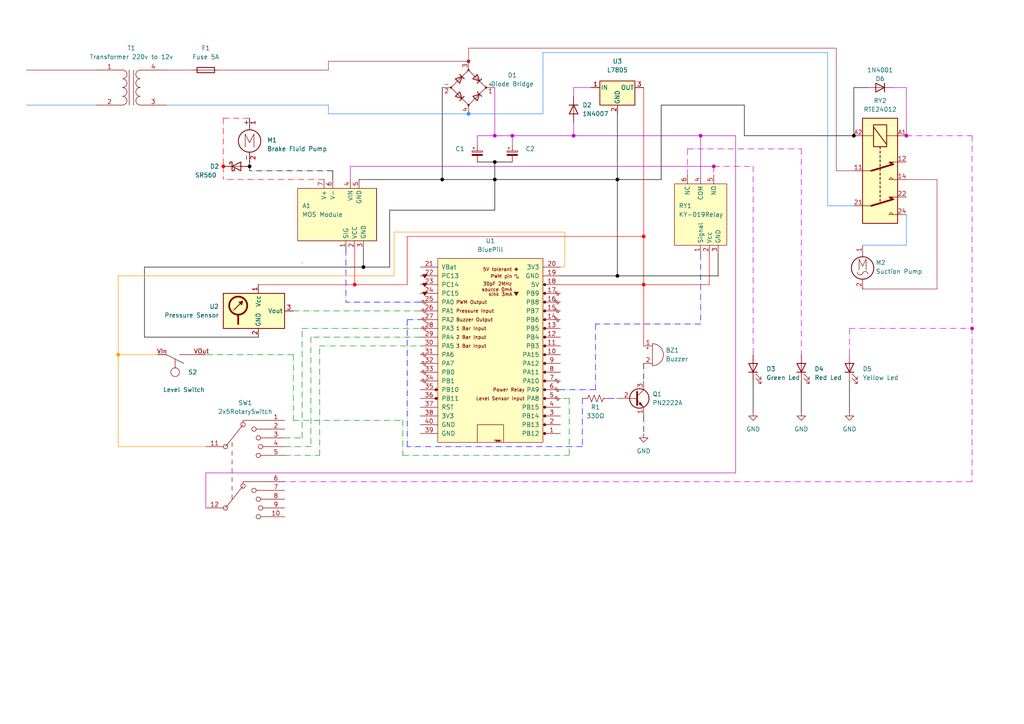
<source format=kicad_sch>
(kicad_sch (version 20211123) (generator eeschema)
  (paper "A4")
  (lib_symbols
    (symbol "2x5RotarySwitch:2x5RotarySwitch"
      (property "Reference" "SW" (at 0 20.32 0))
      (property "Value" "2x5RotarySwitch" (at 0 17.78 0))
      (symbol "2x5RotarySwitch_0_0"
        (circle (center -8.255 -11.43) (radius 0.635))
        (circle (center -8.255 6.35) (radius 0.635))
        (circle (center -3.175 -5.08) (radius 0.635))
        (circle (center -3.175 12.7) (radius 0.635))
        (circle (center 0 -6.35) (radius 0.635))
        (polyline (pts (xy -8.255 -11.43) (xy -3.175 -5.08)))
        (polyline (pts (xy -8.255 6.35) (xy -3.175 12.7)))
        (polyline (pts (xy -6.35 -8.89) (xy -6.35 -7.62)))
        (polyline (pts (xy -6.35 -6.35) (xy -6.35 -5.08)))
        (polyline (pts (xy -6.35 -3.81) (xy -6.35 -2.54)))
        (polyline (pts (xy -6.35 -1.27) (xy -6.35 0)))
        (polyline (pts (xy -6.35 1.27) (xy -6.35 2.54)))
        (polyline (pts (xy -6.35 3.81) (xy -6.35 5.08)))
        (polyline (pts (xy -6.35 6.35) (xy -6.35 7.62)))
        (polyline (pts (xy 0.635 -6.35) (xy 3.81 -6.35)))
        (polyline (pts (xy 0.635 11.43) (xy 3.81 11.43)))
        (polyline (pts (xy 1.905 -13.97) (xy 3.81 -13.97)))
        (polyline (pts (xy 1.905 -8.89) (xy 3.81 -8.89)))
        (polyline (pts (xy 1.905 3.81) (xy 3.81 3.81)))
        (polyline (pts (xy 1.905 8.89) (xy 3.81 8.89)))
        (polyline (pts (xy 2.54 -11.43) (xy 3.81 -11.43)))
        (polyline (pts (xy 2.54 6.35) (xy 3.81 6.35)))
        (polyline (pts (xy -3.175 -4.445) (xy -3.175 -3.81) (xy 3.81 -3.81)))
        (polyline (pts (xy -3.175 13.335) (xy -3.175 13.97) (xy 3.81 13.97)))
        (circle (center 0 11.43) (radius 0.635))
        (circle (center 1.27 -13.97) (radius 0.635))
        (circle (center 1.27 -8.89) (radius 0.635))
        (circle (center 1.27 3.81) (radius 0.635))
        (circle (center 1.27 8.89) (radius 0.635))
        (circle (center 1.905 -11.43) (radius 0.635))
        (circle (center 1.905 6.35) (radius 0.635))
      )
      (symbol "2x5RotarySwitch_0_1"
        (pin passive line (at 8.89 13.97 180) (length 5.08) (name "") (number "1"))
        (pin passive line (at 8.89 -13.97 180) (length 5.08) (name "") (number "10"))
        (pin passive line (at -13.97 6.35 0) (length 5.08) (name "") (number "11"))
        (pin passive line (at -13.97 -11.43 0) (length 5.08) (name "") (number "12"))
        (pin passive line (at 8.89 11.43 180) (length 5.08) (name "") (number "2"))
        (pin passive line (at 8.89 8.89 180) (length 5.08) (name "") (number "3"))
        (pin passive line (at 8.89 6.35 180) (length 5.08) (name "") (number "4"))
        (pin passive line (at 8.89 3.81 180) (length 5.08) (name "") (number "5"))
        (pin passive line (at 8.89 -3.81 180) (length 5.08) (name "") (number "6"))
        (pin passive line (at 8.89 -6.35 180) (length 5.08) (name "") (number "7"))
        (pin passive line (at 8.89 -8.89 180) (length 5.08) (name "") (number "8"))
        (pin passive line (at 8.89 -11.43 180) (length 5.08) (name "") (number "9"))
      )
    )
    (symbol "Bluepill:BluePill" (pin_names (offset 1.016))
      (property "Reference" "U1" (at 0 31.75 0))
      (property "Value" "BluePill" (at 0 29.21 0))
      (symbol "BluePill_0_0"
        (circle (center -15.748 -13.97) (radius 0.254) (fill (type outline)))
        (circle (center -15.748 -13.97) (radius 0.3556))
        (circle (center -15.748 -11.43) (radius 0.254) (fill (type outline)))
        (circle (center -15.748 -11.43) (radius 0.3556))
        (polyline (pts (xy -18.415 16.891) (xy -19.05 15.875) (xy -19.685 16.891) (xy -18.415 16.891) (xy -19.05 16.002) (xy -19.558 16.891) (xy -18.542 16.764) (xy -19.05 16.129) (xy -19.431 16.891) (xy -18.669 16.637) (xy -19.177 16.256) (xy -19.304 16.891) (xy -18.796 16.51) (xy -19.304 16.383) (xy -19.177 16.764) (xy -18.923 16.51) (xy -19.177 16.637) (xy -19.05 16.383)))
        (polyline (pts (xy -18.415 19.431) (xy -19.05 18.415) (xy -19.685 19.431) (xy -18.415 19.431) (xy -19.05 18.542) (xy -19.558 19.431) (xy -18.542 19.304) (xy -19.05 18.669) (xy -19.431 19.431) (xy -18.669 19.177) (xy -19.177 18.796) (xy -19.304 19.431) (xy -18.796 19.05) (xy -19.304 18.923) (xy -19.177 19.304) (xy -18.923 19.05) (xy -19.177 19.177) (xy -19.05 18.923)))
        (polyline (pts (xy -18.415 21.971) (xy -19.05 20.955) (xy -19.685 21.971) (xy -18.415 21.971) (xy -19.05 21.082) (xy -19.558 21.971) (xy -18.542 21.844) (xy -19.05 21.209) (xy -19.431 21.971) (xy -18.669 21.717) (xy -19.177 21.336) (xy -19.304 21.971) (xy -18.796 21.59) (xy -19.304 21.463) (xy -19.177 21.844) (xy -18.923 21.59) (xy -19.177 21.717) (xy -19.05 21.463)))
        (polyline (pts (xy 8.128 16.891) (xy 7.493 15.875) (xy 6.858 16.891) (xy 8.128 16.891) (xy 7.493 16.002) (xy 6.985 16.891) (xy 8.001 16.764) (xy 7.493 16.129) (xy 7.112 16.891) (xy 7.874 16.637) (xy 7.366 16.256) (xy 7.239 16.891) (xy 7.747 16.51) (xy 7.239 16.383) (xy 7.366 16.764) (xy 7.62 16.51) (xy 7.366 16.637) (xy 7.493 16.383)))
        (circle (center 7.493 23.495) (radius 0.127) (fill (type outline)))
        (circle (center 7.493 23.495) (radius 0.254))
        (circle (center 7.493 23.495) (radius 0.3556))
        (circle (center 15.748 -24.13) (radius 0.3556) (fill (type outline)))
        (circle (center 15.748 -19.05) (radius 0.3556) (fill (type outline)))
        (circle (center 15.748 -16.51) (radius 0.3556) (fill (type outline)))
        (circle (center 15.748 -13.97) (radius 0.3556) (fill (type outline)))
        (circle (center 15.748 -11.43) (radius 0.3556) (fill (type outline)))
        (circle (center 15.748 -8.89) (radius 0.3556) (fill (type outline)))
        (circle (center 15.748 -6.35) (radius 0.3556) (fill (type outline)))
        (circle (center 15.748 -3.81) (radius 0.3556) (fill (type outline)))
        (circle (center 15.748 -1.27) (radius 0.3556) (fill (type outline)))
        (circle (center 15.748 1.27) (radius 0.3556) (fill (type outline)))
        (circle (center 15.748 3.81) (radius 0.3556) (fill (type outline)))
        (circle (center 15.748 6.35) (radius 0.3556) (fill (type outline)))
        (circle (center 15.748 8.89) (radius 0.3556) (fill (type outline)))
        (circle (center 15.748 11.43) (radius 0.3556) (fill (type outline)))
        (circle (center 15.748 13.97) (radius 0.3556) (fill (type outline)))
        (circle (center 15.748 16.51) (radius 0.3556) (fill (type outline)))
        (circle (center 15.748 19.05) (radius 0.3556) (fill (type outline)))
        (text "1 Bar Input" (at -10 6.35 0) (effects (font (size 0.9906 0.9906)) (justify left)))
        (text "2 Bar Input" (at -10 3.81 0) (effects (font (size 0.9906 0.9906)) (justify left)))
        (text "3 Bar Input" (at -10 1.27 0) (effects (font (size 0.9906 0.9906)) (justify left)))
        (text "30pF 2MHz" (at 2.032 19.304 0) (effects (font (size 0.9906 0.9906))))
        (text "5V tolerant" (at 2.032 23.495 0) (effects (font (size 0.9906 0.9906))))
        (text "Buzzer Output" (at -10 8.89 0) (effects (font (size 0.9906 0.9906)) (justify left)))
        (text "Level Sensor Input" (at 10 -13.97 0) (effects (font (size 0.9906 0.9906)) (justify right)))
        (text "Power Relay" (at 10 -11.43 0) (effects (font (size 0.9906 0.9906)) (justify right)))
        (text "Pressure Input" (at -10 11.43 0) (effects (font (size 0.9906 0.9906)) (justify left)))
        (text "PWM Output" (at -10 13.97 0) (effects (font (size 0.9906 0.9906)) (justify left)))
        (text "PWM pin" (at 3.175 21.463 0) (effects (font (size 0.9906 0.9906))))
        (text "sink 3mA" (at 2.921 16.256 0) (effects (font (size 0.9906 0.9906))))
        (text "source 0mA" (at 1.905 17.653 0) (effects (font (size 0.9906 0.9906))))
        (text "Y@@J" (at 2.159 -26.162 0) (effects (font (size 0.508 0.508))))
      )
      (symbol "BluePill_0_1"
        (rectangle (start -3.81 -26.67) (end 3.81 -21.59))
        (polyline (pts (xy -19.812 -8.89) (xy -19.812 -8.382) (xy -19.304 -8.382) (xy -19.304 -9.398) (xy -18.796 -9.398) (xy -18.796 -8.89)))
        (polyline (pts (xy -19.812 -6.35) (xy -19.812 -5.842) (xy -19.304 -5.842) (xy -19.304 -6.858) (xy -18.796 -6.858) (xy -18.796 -6.35)))
        (polyline (pts (xy -19.812 -3.81) (xy -19.812 -3.302) (xy -19.304 -3.302) (xy -19.304 -4.318) (xy -18.796 -4.318) (xy -18.796 -3.81)))
        (polyline (pts (xy -19.812 -1.27) (xy -19.812 -0.762) (xy -19.304 -0.762) (xy -19.304 -1.778) (xy -18.796 -1.778) (xy -18.796 -1.27)))
        (polyline (pts (xy -19.812 6.35) (xy -19.812 6.858) (xy -19.304 6.858) (xy -19.304 5.842) (xy -18.796 5.842) (xy -18.796 6.35)))
        (polyline (pts (xy -19.812 8.89) (xy -19.812 9.398) (xy -19.304 9.398) (xy -19.304 8.382) (xy -18.796 8.382) (xy -18.796 8.89)))
        (polyline (pts (xy -19.812 11.43) (xy -19.812 11.938) (xy -19.304 11.938) (xy -19.304 10.922) (xy -18.796 10.922) (xy -18.796 11.43)))
        (polyline (pts (xy -19.812 13.97) (xy -19.812 14.478) (xy -19.304 14.478) (xy -19.304 13.462) (xy -18.796 13.462) (xy -18.796 13.97)))
        (polyline (pts (xy 7.112 21.463) (xy 7.112 21.971) (xy 7.62 21.971) (xy 7.62 20.955) (xy 8.128 20.955) (xy 8.128 21.463)))
        (polyline (pts (xy 18.796 -13.97) (xy 18.796 -13.462) (xy 19.304 -13.462) (xy 19.304 -14.478) (xy 19.812 -14.478) (xy 19.812 -13.97)))
        (polyline (pts (xy 18.796 -11.43) (xy 18.796 -10.922) (xy 19.304 -10.922) (xy 19.304 -11.938) (xy 19.812 -11.938) (xy 19.812 -11.43)))
        (polyline (pts (xy 18.796 -8.89) (xy 18.796 -8.382) (xy 19.304 -8.382) (xy 19.304 -9.398) (xy 19.812 -9.398) (xy 19.812 -8.89)))
        (polyline (pts (xy 18.796 8.89) (xy 18.796 9.398) (xy 19.304 9.398) (xy 19.304 8.382) (xy 19.812 8.382) (xy 19.812 8.89)))
        (polyline (pts (xy 18.796 11.43) (xy 18.796 11.938) (xy 19.304 11.938) (xy 19.304 10.922) (xy 19.812 10.922) (xy 19.812 11.43)))
        (polyline (pts (xy 18.796 13.97) (xy 18.796 14.478) (xy 19.304 14.478) (xy 19.304 13.462) (xy 19.812 13.462) (xy 19.812 13.97)))
        (polyline (pts (xy 18.796 16.51) (xy 18.796 17.018) (xy 19.304 17.018) (xy 19.304 16.002) (xy 19.812 16.002) (xy 19.812 16.51)))
        (rectangle (start 15.24 -26.67) (end -15.24 26.67) (fill (type background)))
      )
      (symbol "BluePill_1_1"
        (circle (center 15.748 -21.59) (radius 0.3556) (fill (type outline)))
        (pin bidirectional line (at 20.32 -24.13 180) (length 5.08) (name "PB12") (number "1"))
        (pin bidirectional line (at 20.32 -1.27 180) (length 5.08) (name "PA15") (number "10"))
        (pin bidirectional line (at 20.32 1.27 180) (length 5.08) (name "PB3") (number "11"))
        (pin bidirectional line (at 20.32 3.81 180) (length 5.08) (name "PB4") (number "12"))
        (pin bidirectional line (at 20.32 6.35 180) (length 5.08) (name "PB5") (number "13"))
        (pin bidirectional line (at 20.32 8.89 180) (length 5.08) (name "PB6") (number "14"))
        (pin bidirectional line (at 20.32 11.43 180) (length 5.08) (name "PB7") (number "15"))
        (pin bidirectional line (at 20.32 13.97 180) (length 5.08) (name "PB8") (number "16"))
        (pin bidirectional line (at 20.32 16.51 180) (length 5.08) (name "PB9") (number "17"))
        (pin power_in line (at 20.32 19.05 180) (length 5.08) (name "5V") (number "18"))
        (pin power_in line (at 20.32 21.59 180) (length 5.08) (name "GND") (number "19"))
        (pin bidirectional line (at 20.32 -21.59 180) (length 5.08) (name "PB13") (number "2"))
        (pin power_in line (at 20.32 24.13 180) (length 5.08) (name "3V3") (number "20"))
        (pin power_in line (at -20.32 24.13 0) (length 5.08) (name "VBat") (number "21"))
        (pin bidirectional line (at -20.32 21.59 0) (length 5.08) (name "PC13") (number "22"))
        (pin bidirectional line (at -20.32 19.05 0) (length 5.08) (name "PC14") (number "23"))
        (pin bidirectional line (at -20.32 16.51 0) (length 5.08) (name "PC15") (number "24"))
        (pin bidirectional line (at -20.32 13.97 0) (length 5.08) (name "PA0") (number "25"))
        (pin bidirectional line (at -20.32 11.43 0) (length 5.08) (name "PA1") (number "26"))
        (pin bidirectional line (at -20.32 8.89 0) (length 5.08) (name "PA2") (number "27"))
        (pin bidirectional line (at -20.32 6.35 0) (length 5.08) (name "PA3") (number "28"))
        (pin bidirectional line (at -20.32 3.81 0) (length 5.08) (name "PA4") (number "29"))
        (pin bidirectional line (at 20.32 -19.05 180) (length 5.08) (name "PB14") (number "3"))
        (pin bidirectional line (at -20.32 1.27 0) (length 5.08) (name "PA5") (number "30"))
        (pin bidirectional line (at -20.32 -1.27 0) (length 5.08) (name "PA6") (number "31"))
        (pin bidirectional line (at -20.32 -3.81 0) (length 5.08) (name "PA7") (number "32"))
        (pin bidirectional line (at -20.32 -6.35 0) (length 5.08) (name "PB0") (number "33"))
        (pin bidirectional line (at -20.32 -8.89 0) (length 5.08) (name "PB1") (number "34"))
        (pin bidirectional line (at -20.32 -11.43 0) (length 5.08) (name "PB10") (number "35"))
        (pin bidirectional line (at -20.32 -13.97 0) (length 5.08) (name "PB11") (number "36"))
        (pin input line (at -20.32 -16.51 0) (length 5.08) (name "RST") (number "37"))
        (pin power_in line (at -20.32 -19.05 0) (length 5.08) (name "3V3") (number "38"))
        (pin power_in line (at -20.32 -24.13 0) (length 5.08) (name "GND") (number "39"))
        (pin bidirectional line (at 20.32 -16.51 180) (length 5.08) (name "PB15") (number "4"))
        (pin power_in line (at -20.32 -21.59 0) (length 5.08) (name "GND") (number "40"))
        (pin bidirectional line (at 20.32 -13.97 180) (length 5.08) (name "PA8") (number "5"))
        (pin bidirectional line (at 20.32 -11.43 180) (length 5.08) (name "PA9") (number "6"))
        (pin bidirectional line (at 20.32 -8.89 180) (length 5.08) (name "PA10") (number "7"))
        (pin bidirectional line (at 20.32 -6.35 180) (length 5.08) (name "PA11") (number "8"))
        (pin bidirectional line (at 20.32 -3.81 180) (length 5.08) (name "PA12") (number "9"))
      )
    )
    (symbol "Device:Buzzer" (pin_names (offset 0.0254) hide)
      (property "Reference" "BZ" (at 3.81 1.27 0))
      (property "Value" "Buzzer" (at 3.81 -1.27 0))
      (symbol "Buzzer_0_1"
        (arc (start 0 -3.175) (mid 3.175 0) (end 0 3.175))
        (polyline (pts (xy -1.651 1.905) (xy -1.143 1.905)))
        (polyline (pts (xy -1.397 2.159) (xy -1.397 1.651)))
        (polyline (pts (xy 0 3.175) (xy 0 -3.175)))
      )
      (symbol "Buzzer_1_1"
        (pin passive line (at -2.54 2.54 0) (length 2.54) (name "-") (number "1"))
        (pin passive line (at -2.54 -2.54 0) (length 2.54) (name "+") (number "2"))
      )
    )
    (symbol "Device:C_Polarized_Small" (pin_numbers hide) (pin_names (offset 0.254) hide)
      (property "Reference" "C" (at 0.254 1.778 0))
      (property "Value" "C_Polarized_Small" (at 0.254 -2.032 0))
      (symbol "C_Polarized_Small_0_1"
        (rectangle (start -1.524 -0.3048) (end 1.524 -0.6858) (fill (type outline)))
        (rectangle (start -1.524 0.6858) (end 1.524 0.3048))
        (polyline (pts (xy -1.27 1.524) (xy -0.762 1.524)))
        (polyline (pts (xy -1.016 1.27) (xy -1.016 1.778)))
      )
      (symbol "C_Polarized_Small_1_1"
        (pin passive line (at 0 2.54 270) (length 1.8542) (name "~") (number "1"))
        (pin passive line (at 0 -2.54 90) (length 1.8542) (name "~") (number "2"))
      )
    )
    (symbol "Device:D_Bridge_+-AA" (pin_names (offset 0))
      (property "Reference" "D" (at 2.54 6.985 0))
      (property "Value" "D_Bridge_+-AA" (at 2.54 5.08 0))
      (symbol "D_Bridge_+-AA_0_1"
        (circle (center -5.08 0) (radius 0.254) (fill (type outline)))
        (circle (center 0 -5.08) (radius 0.254) (fill (type outline)))
        (polyline (pts (xy -2.54 3.81) (xy -1.27 2.54)) (stroke (width 0.254)))
        (polyline (pts (xy -1.27 -2.54) (xy -2.54 -3.81)) (stroke (width 0.254)))
        (polyline (pts (xy 2.54 -1.27) (xy 3.81 -2.54)) (stroke (width 0.254)))
        (polyline (pts (xy 2.54 1.27) (xy 3.81 2.54)) (stroke (width 0.254)))
        (polyline (pts (xy -3.81 2.54) (xy -2.54 1.27) (xy -1.905 3.175) (xy -3.81 2.54)) (stroke (width 0.254)))
        (polyline (pts (xy -2.54 -1.27) (xy -3.81 -2.54) (xy -1.905 -3.175) (xy -2.54 -1.27)) (stroke (width 0.254)))
        (polyline (pts (xy 1.27 2.54) (xy 2.54 3.81) (xy 3.175 1.905) (xy 1.27 2.54)) (stroke (width 0.254)))
        (polyline (pts (xy 3.175 -1.905) (xy 1.27 -2.54) (xy 2.54 -3.81) (xy 3.175 -1.905)) (stroke (width 0.254)))
        (polyline (pts (xy -5.08 0) (xy 0 -5.08) (xy 5.08 0) (xy 0 5.08) (xy -5.08 0)))
        (circle (center 0 5.08) (radius 0.254) (fill (type outline)))
        (circle (center 5.08 0) (radius 0.254) (fill (type outline)))
      )
      (symbol "D_Bridge_+-AA_1_1"
        (pin passive line (at 7.62 0 180) (length 2.54) (name "+") (number "1"))
        (pin passive line (at -7.62 0 0) (length 2.54) (name "-") (number "2"))
        (pin passive line (at 0 7.62 270) (length 2.54) (name "~") (number "3"))
        (pin passive line (at 0 -7.62 90) (length 2.54) (name "~") (number "4"))
      )
    )
    (symbol "Device:Fuse" (pin_numbers hide) (pin_names (offset 0))
      (property "Reference" "F" (at 2.032 0 90))
      (property "Value" "Fuse" (at -1.905 0 90))
      (symbol "Fuse_0_1"
        (rectangle (start -0.762 -2.54) (end 0.762 2.54) (stroke (width 0.254)))
        (polyline (pts (xy 0 2.54) (xy 0 -2.54)))
      )
      (symbol "Fuse_1_1"
        (pin passive line (at 0 3.81 270) (length 1.27) (name "~") (number "1"))
        (pin passive line (at 0 -3.81 90) (length 1.27) (name "~") (number "2"))
      )
    )
    (symbol "Device:LED" (pin_numbers hide) (pin_names (offset 1.016) hide)
      (property "Reference" "D" (at 0 2.54 0))
      (property "Value" "LED" (at 0 -2.54 0))
      (symbol "LED_0_1"
        (polyline (pts (xy -1.27 -1.27) (xy -1.27 1.27)) (stroke (width 0.254)))
        (polyline (pts (xy -1.27 0) (xy 1.27 0)))
        (polyline (pts (xy 1.27 -1.27) (xy 1.27 1.27) (xy -1.27 0) (xy 1.27 -1.27)) (stroke (width 0.254)))
        (polyline (pts (xy -3.048 -0.762) (xy -4.572 -2.286) (xy -3.81 -2.286) (xy -4.572 -2.286) (xy -4.572 -1.524)))
        (polyline (pts (xy -1.778 -0.762) (xy -3.302 -2.286) (xy -2.54 -2.286) (xy -3.302 -2.286) (xy -3.302 -1.524)))
      )
      (symbol "LED_1_1"
        (pin passive line (at -3.81 0 0) (length 2.54) (name "K") (number "1"))
        (pin passive line (at 3.81 0 180) (length 2.54) (name "A") (number "2"))
      )
    )
    (symbol "Device:R_US" (pin_numbers hide) (pin_names (offset 0))
      (property "Reference" "R" (at 2.54 0 90))
      (property "Value" "R_US" (at -2.54 0 90))
      (symbol "R_US_0_1"
        (polyline (pts (xy 0 -2.286) (xy 0 -2.54)))
        (polyline (pts (xy 0 2.286) (xy 0 2.54)))
        (polyline (pts (xy 0 -0.762) (xy 1.016 -1.143) (xy 0 -1.524) (xy -1.016 -1.905) (xy 0 -2.286)))
        (polyline (pts (xy 0 0.762) (xy 1.016 0.381) (xy 0 0) (xy -1.016 -0.381) (xy 0 -0.762)))
        (polyline (pts (xy 0 2.286) (xy 1.016 1.905) (xy 0 1.524) (xy -1.016 1.143) (xy 0 0.762)))
      )
      (symbol "R_US_1_1"
        (pin passive line (at 0 3.81 270) (length 1.27) (name "~") (number "1"))
        (pin passive line (at 0 -3.81 90) (length 1.27) (name "~") (number "2"))
      )
    )
    (symbol "Device:Transformer_1P_1S" (pin_names (offset 1.016) hide)
      (property "Reference" "T" (at 0 6.35 0))
      (property "Value" "Transformer_1P_1S" (at 0 -7.62 0))
      (symbol "Transformer_1P_1S_0_1"
        (arc (start -2.54 -5.0546) (mid -1.6599 -4.6901) (end -1.27 -3.81))
        (arc (start -2.54 -2.5146) (mid -1.6599 -2.1501) (end -1.27 -1.27))
        (arc (start -2.54 0.0254) (mid -1.6599 0.3899) (end -1.27 1.27))
        (arc (start -2.54 2.5654) (mid -1.6599 2.9299) (end -1.27 3.81))
        (arc (start -1.27 -3.81) (mid -1.642 -2.912) (end -2.54 -2.54))
        (arc (start -1.27 -1.27) (mid -1.642 -0.372) (end -2.54 0))
        (arc (start -1.27 1.27) (mid -1.642 2.168) (end -2.54 2.54))
        (arc (start -1.27 3.81) (mid -1.642 4.708) (end -2.54 5.08))
        (polyline (pts (xy -0.635 5.08) (xy -0.635 -5.08)))
        (polyline (pts (xy 0.635 -5.08) (xy 0.635 5.08)))
        (arc (start 1.2954 -1.27) (mid 1.6599 -2.1501) (end 2.54 -2.5146))
        (arc (start 1.2954 1.27) (mid 1.6599 0.3899) (end 2.54 0.0254))
        (arc (start 1.2954 3.81) (mid 1.6599 2.9299) (end 2.54 2.5654))
        (arc (start 1.3208 -3.81) (mid 1.6853 -4.6901) (end 2.5654 -5.0546))
        (arc (start 2.54 0) (mid 1.642 -0.372) (end 1.2954 -1.27))
        (arc (start 2.54 2.54) (mid 1.642 2.168) (end 1.2954 1.27))
        (arc (start 2.54 5.08) (mid 1.642 4.708) (end 1.2954 3.81))
        (arc (start 2.5654 -2.54) (mid 1.6674 -2.912) (end 1.3208 -3.81))
      )
      (symbol "Transformer_1P_1S_1_1"
        (pin passive line (at -10.16 5.08 0) (length 7.62) (name "AA") (number "1"))
        (pin passive line (at -10.16 -5.08 0) (length 7.62) (name "AB") (number "2"))
        (pin passive line (at 10.16 -5.08 180) (length 7.62) (name "SA") (number "3"))
        (pin passive line (at 10.16 5.08 180) (length 7.62) (name "SB") (number "4"))
      )
    )
    (symbol "Diode:1N4001" (pin_numbers hide) (pin_names (offset 1.016) hide)
      (property "Reference" "D" (at 0 2.54 0))
      (property "Value" "1N4001" (at 0 -2.54 0))
      (symbol "1N4001_0_1"
        (polyline (pts (xy -1.27 1.27) (xy -1.27 -1.27)) (stroke (width 0.254)))
        (polyline (pts (xy 1.27 0) (xy -1.27 0)))
        (polyline (pts (xy 1.27 1.27) (xy 1.27 -1.27) (xy -1.27 0) (xy 1.27 1.27)) (stroke (width 0.254)))
      )
      (symbol "1N4001_1_1"
        (pin passive line (at -3.81 0 0) (length 2.54) (name "K") (number "1"))
        (pin passive line (at 3.81 0 180) (length 2.54) (name "A") (number "2"))
      )
    )
    (symbol "Diode:1N4007" (pin_numbers hide) (pin_names (offset 1.016) hide)
      (property "Reference" "D" (at 0 2.54 0))
      (property "Value" "1N4007" (at 0 -2.54 0))
      (symbol "1N4007_0_1"
        (polyline (pts (xy -1.27 1.27) (xy -1.27 -1.27)) (stroke (width 0.254)))
        (polyline (pts (xy 1.27 0) (xy -1.27 0)))
        (polyline (pts (xy 1.27 1.27) (xy 1.27 -1.27) (xy -1.27 0) (xy 1.27 1.27)) (stroke (width 0.254)))
      )
      (symbol "1N4007_1_1"
        (pin passive line (at -3.81 0 0) (length 2.54) (name "K") (number "1"))
        (pin passive line (at 3.81 0 180) (length 2.54) (name "A") (number "2"))
      )
    )
    (symbol "Diode:1N5822" (pin_numbers hide) (pin_names (offset 1.016) hide)
      (property "Reference" "D" (at 0 2.54 0))
      (property "Value" "1N5822" (at 0 -2.54 0))
      (symbol "1N5822_0_1"
        (polyline (pts (xy 1.27 0) (xy -1.27 0)))
        (polyline (pts (xy 1.27 1.27) (xy 1.27 -1.27) (xy -1.27 0) (xy 1.27 1.27)) (stroke (width 0.254)))
        (polyline (pts (xy -1.905 0.635) (xy -1.905 1.27) (xy -1.27 1.27) (xy -1.27 -1.27) (xy -0.635 -1.27) (xy -0.635 -0.635)) (stroke (width 0.254)))
      )
      (symbol "1N5822_1_1"
        (pin passive line (at -3.81 0 0) (length 2.54) (name "K") (number "1"))
        (pin passive line (at 3.81 0 180) (length 2.54) (name "A") (number "2"))
      )
    )
    (symbol "KY-019RelayModule:KY-019Relay"
      (property "Reference" "RY" (at 8.89 1.27 0))
      (property "Value" "KY-019Relay" (at 13.97 -1.27 0))
      (symbol "KY-019Relay_0_1"
        (rectangle (start -7.62 7.62) (end 7.62 -10.16) (fill (type background)))
      )
      (symbol "KY-019Relay_1_1"
        (pin input line (at 0 -12.7 90) (length 2.54) (name "Signal") (number "1"))
        (pin input line (at 2.54 -12.7 90) (length 2.54) (name "Vcc") (number "2"))
        (pin input line (at 5.08 -12.7 90) (length 2.54) (name "GND") (number "3"))
        (pin input line (at 0 10.16 270) (length 2.54) (name "COM") (number "4"))
        (pin input line (at 3.81 10.16 270) (length 2.54) (name "NO") (number "5"))
        (pin input line (at -3.81 10.16 270) (length 2.54) (name "NC") (number "6"))
      )
    )
    (symbol "LevelSwitch:Level_Switch"
      (property "Reference" "S" (at 2.54 -3.81 0))
      (property "Value" "Level_Switch" (at 0 3.81 0))
      (symbol "Level_Switch_0_0"
        (polyline (pts (xy 34.29 26.67) (xy 34.29 26.67)))
        (rectangle (start 34.29 26.67) (end 34.29 26.67))
        (rectangle (start 34.29 26.67) (end 34.29 26.67))
        (rectangle (start 34.29 26.67) (end 34.29 26.67))
        (rectangle (start 34.29 26.67) (end 34.29 26.67))
      )
      (symbol "Level_Switch_0_1"
        (circle (center -5.08 0) (radius 0.0001))
        (circle (center -2.54 -5.08) (radius 1.27))
        (circle (center -2.54 -3.81) (radius 0.0001))
        (polyline (pts (xy -5.08 0) (xy 0 -2.54)))
        (polyline (pts (xy -2.54 -1.27) (xy -2.54 -3.81)))
        (polyline (pts (xy -1.27 0) (xy 3.81 0)))
      )
      (symbol "Level_Switch_1_1"
        (pin input line (at -7.62 0 0) (length 2.54) (name "") (number "VIn"))
        (pin input line (at 6.35 0 180) (length 2.54) (name "") (number "VOut"))
      )
    )
    (symbol "MOSModule:MOS_Module"
      (property "Reference" "A" (at -10.16 -5.08 0))
      (property "Value" "MOS_Module" (at 0 0 0))
      (symbol "MOS_Module_0_1"
        (rectangle (start -12.7 7.62) (end 10.16 -7.62))
        (rectangle (start -12.7 7.62) (end 10.16 -7.62) (fill (type background)))
        (rectangle (start -3.81 8.89) (end -3.81 8.89))
        (rectangle (start -3.81 8.89) (end -3.81 8.89))
        (rectangle (start -3.81 8.89) (end -3.81 8.89))
        (rectangle (start -3.81 8.89) (end -3.81 8.89))
        (rectangle (start -3.81 8.89) (end -3.81 8.89))
        (rectangle (start -3.81 8.89) (end -3.81 8.89))
      )
      (symbol "MOS_Module_1_1"
        (pin input line (at 1.27 -10.16 90) (length 2.54) (name "SIG") (number "1"))
        (pin input line (at 3.81 -10.16 90) (length 2.54) (name "VCC") (number "2"))
        (pin input line (at 6.35 -10.16 90) (length 2.54) (name "GND") (number "3"))
        (pin input line (at 2.54 10.16 270) (length 2.54) (name "VIN") (number "4"))
        (pin input line (at 5.08 10.16 270) (length 2.54) (name "GND") (number "5"))
        (pin input line (at -2.54 10.16 270) (length 2.54) (name "V-") (number "6"))
        (pin input line (at -5.08 10.16 270) (length 2.54) (name "V+") (number "7"))
      )
    )
    (symbol "Motor:Motor_AC" (pin_names (offset 0))
      (property "Reference" "M" (at 2.54 2.54 0))
      (property "Value" "Motor_AC" (at 2.54 -5.08 0))
      (symbol "Motor_AC_0_0"
        (arc (start -1.524 -2.794) (mid -0.8654 -3.5217) (end 0 -3.048))
        (polyline (pts (xy -1.016 -2.032) (xy -1.016 1.016) (xy 0 -1.016) (xy 1.016 1.016) (xy 1.016 -2.032)))
        (arc (start 1.524 -3.302) (mid 0.85 -2.5503) (end 0 -3.048))
      )
      (symbol "Motor_AC_0_1"
        (circle (center 0 -1.524) (radius 3.2512) (stroke (width 0.254)))
        (polyline (pts (xy 0 -7.62) (xy 0 -7.112)))
        (polyline (pts (xy 0 -4.7752) (xy 0 -5.1816)))
        (polyline (pts (xy 0 1.7272) (xy 0 2.0828)))
        (polyline (pts (xy 0 2.032) (xy 0 2.54)))
      )
      (symbol "Motor_AC_1_1"
        (pin passive line (at 0 5.08 270) (length 2.54) (name "~") (number "1"))
        (pin passive line (at 0 -7.62 90) (length 2.54) (name "~") (number "2"))
      )
    )
    (symbol "Motor:Motor_DC" (pin_names (offset 0))
      (property "Reference" "M" (at 2.54 2.54 0))
      (property "Value" "Motor_DC" (at 2.54 -5.08 0))
      (symbol "Motor_DC_0_0"
        (polyline (pts (xy -1.27 -3.302) (xy -1.27 0.508) (xy 0 -2.032) (xy 1.27 0.508) (xy 1.27 -3.302)))
      )
      (symbol "Motor_DC_0_1"
        (circle (center 0 -1.524) (radius 3.2512) (stroke (width 0.254)))
        (polyline (pts (xy 0 -7.62) (xy 0 -7.112)))
        (polyline (pts (xy 0 -4.7752) (xy 0 -5.1816)))
        (polyline (pts (xy 0 1.7272) (xy 0 2.0828)))
        (polyline (pts (xy 0 2.032) (xy 0 2.54)))
      )
      (symbol "Motor_DC_1_1"
        (pin passive line (at 0 5.08 270) (length 2.54) (name "+") (number "1"))
        (pin passive line (at 0 -7.62 90) (length 2.54) (name "-") (number "2"))
      )
    )
    (symbol "Regulator_Linear:L7805" (pin_names (offset 0.254))
      (property "Reference" "U" (at -3.81 3.175 0))
      (property "Value" "L7805" (at 0 3.175 0))
      (symbol "L7805_0_1"
        (rectangle (start -5.08 1.905) (end 5.08 -5.08) (stroke (width 0.254)) (fill (type background)))
      )
      (symbol "L7805_1_1"
        (pin power_in line (at -7.62 0 0) (length 2.54) (name "IN") (number "1"))
        (pin power_in line (at 0 -7.62 90) (length 2.54) (name "GND") (number "2"))
        (pin power_out line (at 7.62 0 180) (length 2.54) (name "OUT") (number "3"))
      )
    )
    (symbol "Relay:RTE2xxxx"
      (property "Reference" "K" (at 16.51 3.81 0))
      (property "Value" "RTE2xxxx" (at 16.51 1.27 0))
      (symbol "RTE2xxxx_0_1"
        (rectangle (start -15.24 5.08) (end 15.24 -5.08) (stroke (width 0.254)) (fill (type background)))
        (rectangle (start -13.335 1.905) (end -6.985 -1.905) (stroke (width 0.254)))
        (polyline (pts (xy -12.7 -1.905) (xy -7.62 1.905)) (stroke (width 0.254)))
        (polyline (pts (xy -10.16 -5.08) (xy -10.16 -1.905)))
        (polyline (pts (xy -10.16 5.08) (xy -10.16 1.905)))
        (polyline (pts (xy -6.985 0) (xy -6.35 0)) (stroke (width 0.254)))
        (polyline (pts (xy -5.715 0) (xy -5.08 0)) (stroke (width 0.254)))
        (polyline (pts (xy -4.445 0) (xy -3.81 0)) (stroke (width 0.254)))
        (polyline (pts (xy -3.175 0) (xy -2.54 0)) (stroke (width 0.254)))
        (polyline (pts (xy -1.905 0) (xy -1.27 0)) (stroke (width 0.254)))
        (polyline (pts (xy -0.635 0) (xy 0 0)) (stroke (width 0.254)))
        (polyline (pts (xy 0 -2.54) (xy -1.905 3.81)) (stroke (width 0.508)))
        (polyline (pts (xy 0 -2.54) (xy 0 -5.08)))
        (polyline (pts (xy 0.635 0) (xy 1.27 0)) (stroke (width 0.254)))
        (polyline (pts (xy 1.905 0) (xy 2.54 0)) (stroke (width 0.254)))
        (polyline (pts (xy 3.175 0) (xy 3.81 0)) (stroke (width 0.254)))
        (polyline (pts (xy 4.445 0) (xy 5.08 0)) (stroke (width 0.254)))
        (polyline (pts (xy 5.715 0) (xy 6.35 0)) (stroke (width 0.254)))
        (polyline (pts (xy 6.985 0) (xy 7.62 0)) (stroke (width 0.254)))
        (polyline (pts (xy 8.255 0) (xy 8.89 0)) (stroke (width 0.254)))
        (polyline (pts (xy 10.16 -2.54) (xy 8.255 3.81)) (stroke (width 0.508)))
        (polyline (pts (xy 10.16 -2.54) (xy 10.16 -5.08)))
        (polyline (pts (xy -2.54 5.08) (xy -2.54 2.54) (xy -1.905 3.175) (xy -2.54 3.81)) (fill (type outline)))
        (polyline (pts (xy 2.54 5.08) (xy 2.54 2.54) (xy 1.905 3.175) (xy 2.54 3.81)))
        (polyline (pts (xy 7.62 5.08) (xy 7.62 2.54) (xy 8.255 3.175) (xy 7.62 3.81)) (fill (type outline)))
        (polyline (pts (xy 12.7 5.08) (xy 12.7 2.54) (xy 12.065 3.175) (xy 12.7 3.81)))
      )
      (symbol "RTE2xxxx_1_1"
        (pin passive line (at 0 -7.62 90) (length 2.54) (name "~") (number "11"))
        (pin passive line (at -2.54 7.62 270) (length 2.54) (name "~") (number "12"))
        (pin passive line (at 2.54 7.62 270) (length 2.54) (name "~") (number "14"))
        (pin passive line (at 10.16 -7.62 90) (length 2.54) (name "~") (number "21"))
        (pin passive line (at 7.62 7.62 270) (length 2.54) (name "~") (number "22"))
        (pin passive line (at 12.7 7.62 270) (length 2.54) (name "~") (number "24"))
        (pin passive line (at -10.16 7.62 270) (length 2.54) (name "~") (number "A1"))
        (pin passive line (at -10.16 -7.62 90) (length 2.54) (name "~") (number "A2"))
      )
    )
    (symbol "Sensor_Pressure:40PC150G"
      (property "Reference" "U" (at -10.16 6.35 0))
      (property "Value" "40PC150G" (at 6.35 6.35 0))
      (symbol "40PC150G_0_1"
        (circle (center -5.842 1.524) (radius 2.6162) (stroke (width 0.508)))
        (polyline (pts (xy -7.112 0.254) (xy -4.572 2.794)) (stroke (width 0.254)))
        (polyline (pts (xy -5.842 -1.27) (xy -5.842 -3.81)) (stroke (width 0.508)))
        (polyline (pts (xy -4.572 2.794) (xy -4.826 1.778) (xy -5.588 2.54) (xy -4.572 2.794)) (stroke (width 0.254)) (fill (type outline)))
        (rectangle (start 7.62 5.08) (end -10.16 -5.08) (stroke (width 0.254)) (fill (type background)))
      )
      (symbol "40PC150G_1_1"
        (pin power_in line (at 0 7.62 270) (length 2.54) (name "Vcc") (number "1"))
        (pin power_in line (at 0 -7.62 90) (length 2.54) (name "GND") (number "2"))
        (pin output line (at 10.16 0 180) (length 2.54) (name "Vout") (number "3"))
        (pin no_connect line (at -7.62 -5.08 90) (length 2.54) hide (name "NC") (number "4"))
        (pin no_connect line (at -5.08 -5.08 90) (length 2.54) hide (name "NC") (number "5"))
        (pin no_connect line (at -2.54 -5.08 90) (length 2.54) hide (name "NC") (number "6"))
      )
    )
    (symbol "Transistor_BJT:PN2222A" (pin_names (offset 0) hide)
      (property "Reference" "Q" (at 5.08 1.905 0))
      (property "Value" "PN2222A" (at 5.08 0 0))
      (symbol "PN2222A_0_1"
        (polyline (pts (xy 0 0) (xy 0.635 0)))
        (polyline (pts (xy 2.54 -2.54) (xy 0.635 -0.635)))
        (polyline (pts (xy 2.54 2.54) (xy 0.635 0.635)))
        (polyline (pts (xy 0.635 1.905) (xy 0.635 -1.905) (xy 0.635 -1.905)) (stroke (width 0.508)))
        (polyline (pts (xy 2.413 -2.413) (xy 1.905 -1.905) (xy 1.905 -1.905)))
        (polyline (pts (xy 1.143 -1.651) (xy 1.651 -1.143) (xy 2.159 -2.159) (xy 1.143 -1.651) (xy 1.143 -1.651)) (fill (type outline)))
        (circle (center 1.27 0) (radius 2.8194) (stroke (width 0.254)))
      )
      (symbol "PN2222A_1_1"
        (pin passive line (at 2.54 -5.08 90) (length 2.54) (name "E") (number "1"))
        (pin input line (at -5.08 0 0) (length 5.08) (name "B") (number "2"))
        (pin passive line (at 2.54 5.08 270) (length 2.54) (name "C") (number "3"))
      )
    )
    (symbol "power:GND" (power) (pin_names (offset 0))
      (property "Value" "GND" (at 0 -3.81 0))
      (symbol "GND_0_1"
        (polyline (pts (xy 0 0) (xy 0 -1.27) (xy 1.27 -1.27) (xy 0 -2.54) (xy -1.27 -1.27) (xy 0 -1.27)))
      )
      (symbol "GND_1_1"
        (pin power_in line (at 0 0 270) (length 0) hide (name "GND") (number "1"))
      )
    )
  )
  (junction (at 64.77 48.26) (color 255 0 0 1))
  (junction (at 186.69 68.58) (color 255 0 0 1))
  (junction (at 148.59 39.37) (color 194 0 194 1))
  (junction (at 179.07 80.01) (color 0 0 0 1))
  (junction (at 281.94 95.25) (color 194 0 194 1))
  (junction (at 135.89 17.78) (color 165 42 42 1))
  (junction (at 72.39 48.26) (color 0 0 0 1))
  (junction (at 247.65 39.37) (color 0 0 0 1))
  (junction (at 179.07 52.07) (color 0 0 0 1))
  (junction (at 34.29 102.87) (color 255 153 0 1))
  (junction (at 262.89 39.37) (color 194 0 194 1))
  (junction (at 166.37 39.37) (color 194 0 194 1))
  (junction (at 207.01 48.26) (color 194 0 194 1))
  (junction (at 186.69 82.55) (color 255 0 0 1))
  (junction (at 143.51 52.07) (color 0 0 0 1))
  (junction (at 143.51 46.99) (color 0 0 0 1))
  (junction (at 102.87 82.55) (color 255 0 0 1))
  (junction (at 105.41 77.47) (color 0 0 0 1))
  (junction (at 128.27 52.07) (color 0 0 0 1))
  (junction (at 143.51 39.37) (color 194 0 194 1))
  (junction (at 135.89 33.02) (color 47 136 255 1))
  (junction (at 203.2 39.37) (color 194 0 194 1))
  (wire (pts (xy 95.25 17.78) (xy 135.89 17.78)) (stroke (width 0) (color 165 42 42 1)))
  (wire (pts (xy 168.91 129.54) (xy 118.11 129.54)) (stroke (width 0) (type dash_dot) (color 0 0 255 1)))
  (wire (pts (xy 92.71 132.08) (xy 92.71 100.33)) (stroke (width 0) (type dash_dot)))
  (wire (pts (xy 63.5 20.32) (xy 95.25 20.32)) (stroke (width 0) (color 165 42 42 1)))
  (wire (pts (xy 143.51 60.96) (xy 143.51 52.07)) (stroke (width 0) (color 0 0 0 1)))
  (wire (pts (xy 93.98 52.07) (xy 64.77 52.07)) (stroke (width 0) (type dash_dot) (color 255 0 0 1)))
  (wire (pts (xy 271.78 52.07) (xy 271.78 83.82)) (stroke (width 0) (color 165 42 42 1)))
  (wire (pts (xy 105.41 77.47) (xy 113.03 77.47)) (stroke (width 0) (color 0 0 0 1)))
  (wire (pts (xy 262.89 71.12) (xy 262.89 62.23)) (stroke (width 0) (color 47 136 255 1)))
  (wire (pts (xy 34.29 102.87) (xy 45.72 102.87)) (stroke (width 0) (color 255 153 0 1)))
  (wire (pts (xy 114.3 67.31) (xy 114.3 80.01)) (stroke (width 0) (color 255 153 0 1)))
  (wire (pts (xy 171.45 25.4) (xy 166.37 25.4)) (stroke (width 0) (color 194 0 194 1)))
  (wire (pts (xy 143.51 39.37) (xy 148.59 39.37)) (stroke (width 0) (color 194 0 194 1)))
  (wire (pts (xy 34.29 80.01) (xy 114.3 80.01)) (stroke (width 0) (color 255 153 0 1)))
  (wire (pts (xy 281.94 139.7) (xy 82.55 139.7)) (stroke (width 0) (type dash_dot) (color 194 0 194 1)))
  (wire (pts (xy 262.89 52.07) (xy 271.78 52.07)) (stroke (width 0) (color 165 42 42 1)))
  (wire (pts (xy 59.69 137.16) (xy 213.36 137.16)) (stroke (width 0) (color 194 0 194 1)))
  (wire (pts (xy 41.91 97.79) (xy 41.91 77.47)) (stroke (width 0) (color 0 0 0 1)))
  (wire (pts (xy 186.69 120.65) (xy 186.69 125.73)) (stroke (width 0) (type dash_dot) (color 0 0 0 1)))
  (wire (pts (xy 207.01 48.26) (xy 218.44 48.26)) (stroke (width 0) (type dash_dot) (color 194 0 194 1)))
  (wire (pts (xy 48.26 20.32) (xy 55.88 20.32)) (stroke (width 0) (color 165 42 42 1)))
  (wire (pts (xy 143.51 52.07) (xy 143.51 46.99)) (stroke (width 0) (color 0 0 0 1)))
  (wire (pts (xy 90.17 129.54) (xy 82.55 129.54)) (stroke (width 0) (type dash_dot)))
  (wire (pts (xy 179.07 80.01) (xy 162.56 80.01)) (stroke (width 0) (color 0 0 0 1)))
  (wire (pts (xy 64.77 48.26) (xy 64.77 52.07)) (stroke (width 0) (type dash_dot) (color 255 0 0 1)))
  (wire (pts (xy 166.37 39.37) (xy 203.2 39.37)) (stroke (width 0) (color 194 0 194 1)))
  (wire (pts (xy 262.89 39.37) (xy 281.94 39.37)) (stroke (width 0) (type dash_dot) (color 194 0 194 1)))
  (wire (pts (xy 113.03 60.96) (xy 143.51 60.96)) (stroke (width 0) (color 0 0 0 1)))
  (wire (pts (xy 247.65 25.4) (xy 251.46 25.4)) (stroke (width 0) (color 0 0 0 1)))
  (wire (pts (xy 242.57 49.53) (xy 247.65 49.53)) (stroke (width 0) (color 165 42 42 1)))
  (wire (pts (xy 208.28 73.66) (xy 208.28 80.01)) (stroke (width 0) (color 0 0 0 1)))
  (wire (pts (xy 179.07 52.07) (xy 179.07 80.01)) (stroke (width 0) (color 0 0 0 1)))
  (wire (pts (xy 48.26 30.48) (xy 95.25 30.48)) (stroke (width 0) (color 47 136 255 1)))
  (wire (pts (xy 138.43 46.99) (xy 143.51 46.99)) (stroke (width 0) (color 0 0 0 1)))
  (wire (pts (xy 246.38 110.49) (xy 246.38 119.38)) (stroke (width 0) (color 0 0 0 1)))
  (wire (pts (xy 118.11 92.71) (xy 121.92 92.71)) (stroke (width 0) (type dash_dot) (color 0 0 255 1)))
  (wire (pts (xy 116.84 121.92) (xy 116.84 132.08)) (stroke (width 0) (type dash_dot)))
  (wire (pts (xy 281.94 95.25) (xy 281.94 139.7)) (stroke (width 0) (type dash_dot) (color 194 0 194 1)))
  (wire (pts (xy 199.39 50.8) (xy 199.39 43.18)) (stroke (width 0) (type dash_dot) (color 194 0 194 1)))
  (wire (pts (xy 74.93 82.55) (xy 102.87 82.55)) (stroke (width 0) (color 255 0 0 1)))
  (wire (pts (xy 205.74 73.66) (xy 205.74 82.55)) (stroke (width 0) (color 255 0 0 1)))
  (wire (pts (xy 271.78 83.82) (xy 250.19 83.82)) (stroke (width 0) (color 165 42 42 1)))
  (wire (pts (xy 64.77 34.29) (xy 64.77 48.26)) (stroke (width 0) (type dash_dot) (color 255 0 0 1)))
  (wire (pts (xy 101.6 48.26) (xy 207.01 48.26)) (stroke (width 0) (color 194 0 194 1)))
  (wire (pts (xy 218.44 110.49) (xy 218.44 119.38)) (stroke (width 0) (color 0 0 0 1)))
  (wire (pts (xy 179.07 52.07) (xy 191.77 52.07)) (stroke (width 0) (color 0 0 0 1)))
  (wire (pts (xy 172.72 93.98) (xy 172.72 113.03)) (stroke (width 0) (type dash_dot) (color 0 0 255 1)))
  (wire (pts (xy 148.59 39.37) (xy 148.59 41.91)) (stroke (width 0) (color 194 0 194 1)))
  (wire (pts (xy 157.48 33.02) (xy 157.48 15.24)) (stroke (width 0) (color 47 136 255 1)))
  (wire (pts (xy 166.37 35.56) (xy 166.37 39.37)) (stroke (width 0) (color 194 0 194 1)))
  (wire (pts (xy 96.52 49.53) (xy 72.39 49.53)) (stroke (width 0) (type dash_dot) (color 0 0 0 1)))
  (wire (pts (xy 247.65 39.37) (xy 215.9 39.37)) (stroke (width 0) (color 0 0 0 1)))
  (wire (pts (xy 128.27 52.07) (xy 143.51 52.07)) (stroke (width 0) (color 0 0 0 1)))
  (wire (pts (xy 118.11 68.58) (xy 186.69 68.58)) (stroke (width 0) (color 255 0 0 1)))
  (wire (pts (xy 118.11 82.55) (xy 118.11 68.58)) (stroke (width 0) (color 255 0 0 1)))
  (wire (pts (xy 95.25 20.32) (xy 95.25 17.78)) (stroke (width 0) (color 165 42 42 1)))
  (wire (pts (xy 162.56 82.55) (xy 186.69 82.55)) (stroke (width 0) (color 255 0 0 1)))
  (wire (pts (xy 240.03 15.24) (xy 240.03 59.69)) (stroke (width 0) (color 47 136 255 1)))
  (wire (pts (xy 281.94 39.37) (xy 281.94 95.25)) (stroke (width 0) (type dash_dot) (color 194 0 194 1)))
  (wire (pts (xy 165.1 115.57) (xy 165.1 132.08)) (stroke (width 0) (type dash_dot)))
  (wire (pts (xy 246.38 102.87) (xy 246.38 95.25)) (stroke (width 0) (type dash_dot) (color 194 0 194 1)))
  (wire (pts (xy 85.09 121.92) (xy 116.84 121.92)) (stroke (width 0) (type dash_dot)))
  (wire (pts (xy 186.69 68.58) (xy 186.69 82.55)) (stroke (width 0) (color 255 0 0 1)))
  (wire (pts (xy 259.08 25.4) (xy 262.89 25.4)) (stroke (width 0) (color 194 0 194 1)))
  (wire (pts (xy 82.55 132.08) (xy 92.71 132.08)) (stroke (width 0) (type dash_dot)))
  (wire (pts (xy 186.69 25.4) (xy 186.69 68.58)) (stroke (width 0) (color 255 0 0 1)))
  (wire (pts (xy 207.01 48.26) (xy 207.01 50.8)) (stroke (width 0) (type dash_dot) (color 194 0 194 1)))
  (wire (pts (xy 176.53 115.57) (xy 179.07 115.57)) (stroke (width 0) (type dash_dot) (color 0 0 255 1)))
  (wire (pts (xy 205.74 82.55) (xy 186.69 82.55)) (stroke (width 0) (color 255 0 0 1)))
  (wire (pts (xy 157.48 15.24) (xy 240.03 15.24)) (stroke (width 0) (color 47 136 255 1)))
  (wire (pts (xy 163.83 77.47) (xy 163.83 67.31)) (stroke (width 0) (color 255 153 0 1)))
  (wire (pts (xy 165.1 115.57) (xy 162.56 115.57)) (stroke (width 0) (type dash_dot)))
  (wire (pts (xy 135.89 17.78) (xy 135.89 13.97)) (stroke (width 0) (color 165 42 42 1)))
  (wire (pts (xy 213.36 137.16) (xy 213.36 39.37)) (stroke (width 0) (color 194 0 194 1)))
  (wire (pts (xy 102.87 82.55) (xy 118.11 82.55)) (stroke (width 0) (color 255 0 0 1)))
  (wire (pts (xy 87.63 127) (xy 87.63 95.25)) (stroke (width 0) (type dash_dot)))
  (wire (pts (xy 102.87 72.39) (xy 102.87 82.55)) (stroke (width 0) (color 255 0 0 1)))
  (wire (pts (xy 250.19 71.12) (xy 262.89 71.12)) (stroke (width 0) (color 47 136 255 1)))
  (wire (pts (xy 72.39 48.26) (xy 72.39 46.99)) (stroke (width 0) (color 0 0 0 1)))
  (wire (pts (xy 143.51 46.99) (xy 148.59 46.99)) (stroke (width 0) (color 0 0 0 1)))
  (wire (pts (xy 92.71 100.33) (xy 121.92 100.33)) (stroke (width 0) (type dash_dot)))
  (wire (pts (xy 82.55 127) (xy 87.63 127)) (stroke (width 0) (type dash_dot)))
  (wire (pts (xy 121.92 97.79) (xy 90.17 97.79)) (stroke (width 0) (type dash_dot)))
  (wire (pts (xy 87.63 95.25) (xy 121.92 95.25)) (stroke (width 0) (type dash_dot)))
  (wire (pts (xy 59.69 137.16) (xy 59.69 147.32)) (stroke (width 0) (color 194 0 194 1)))
  (wire (pts (xy 203.2 73.66) (xy 203.2 93.98)) (stroke (width 0) (type dash_dot) (color 0 0 255 1)))
  (wire (pts (xy 118.11 129.54) (xy 118.11 92.71)) (stroke (width 0) (type dash_dot) (color 0 0 255 1)))
  (wire (pts (xy 138.43 41.91) (xy 138.43 39.37)) (stroke (width 0) (color 194 0 194 1)))
  (wire (pts (xy 135.89 13.97) (xy 242.57 13.97)) (stroke (width 0) (color 165 42 42 1)))
  (wire (pts (xy 172.72 113.03) (xy 162.56 113.03)) (stroke (width 0) (type dash_dot) (color 0 0 255 1)))
  (wire (pts (xy 34.29 129.54) (xy 59.69 129.54)) (stroke (width 0) (color 255 153 0 1)))
  (wire (pts (xy 163.83 67.31) (xy 114.3 67.31)) (stroke (width 0) (color 255 153 0 1)))
  (wire (pts (xy 101.6 52.07) (xy 101.6 48.26)) (stroke (width 0) (color 194 0 194 1)))
  (wire (pts (xy 34.29 80.01) (xy 34.29 102.87)) (stroke (width 0) (color 255 153 0 1)))
  (wire (pts (xy 215.9 30.48) (xy 191.77 30.48)) (stroke (width 0) (color 0 0 0 1)))
  (wire (pts (xy 203.2 39.37) (xy 203.2 50.8)) (stroke (width 0) (color 194 0 194 1)))
  (wire (pts (xy 85.09 102.87) (xy 59.69 102.87)) (stroke (width 0) (type dash_dot)))
  (wire (pts (xy 64.77 34.29) (xy 72.39 34.29)) (stroke (width 0) (type dash_dot) (color 255 0 0 1)))
  (wire (pts (xy 232.41 110.49) (xy 232.41 119.38)) (stroke (width 0) (color 0 0 0 1)))
  (wire (pts (xy 232.41 43.18) (xy 232.41 102.87)) (stroke (width 0) (type dash_dot) (color 194 0 194 1)))
  (wire (pts (xy 113.03 77.47) (xy 113.03 60.96)) (stroke (width 0) (color 0 0 0 1)))
  (wire (pts (xy 179.07 33.02) (xy 179.07 52.07)) (stroke (width 0) (color 0 0 0 1)))
  (wire (pts (xy 95.25 33.02) (xy 135.89 33.02)) (stroke (width 0) (color 47 136 255 1)))
  (wire (pts (xy 213.36 39.37) (xy 203.2 39.37)) (stroke (width 0) (color 194 0 194 1)))
  (wire (pts (xy 7.62 30.48) (xy 27.94 30.48)) (stroke (width 0) (color 47 136 255 1)))
  (wire (pts (xy 34.29 102.87) (xy 34.29 129.54)) (stroke (width 0) (color 255 153 0 1)))
  (wire (pts (xy 90.17 97.79) (xy 90.17 129.54)) (stroke (width 0) (type dash_dot)))
  (wire (pts (xy 240.03 59.69) (xy 247.65 59.69)) (stroke (width 0) (color 47 136 255 1)))
  (wire (pts (xy 166.37 25.4) (xy 166.37 27.94)) (stroke (width 0) (color 194 0 194 1)))
  (wire (pts (xy 215.9 39.37) (xy 215.9 30.48)) (stroke (width 0) (color 0 0 0 1)))
  (wire (pts (xy 138.43 39.37) (xy 143.51 39.37)) (stroke (width 0) (color 194 0 194 1)))
  (wire (pts (xy 74.93 97.79) (xy 41.91 97.79)) (stroke (width 0) (color 0 0 0 1)))
  (wire (pts (xy 168.91 115.57) (xy 168.91 129.54)) (stroke (width 0) (type dash_dot) (color 0 0 255 1)))
  (wire (pts (xy 162.56 77.47) (xy 163.83 77.47)) (stroke (width 0) (color 255 153 0 1)))
  (wire (pts (xy 143.51 25.4) (xy 143.51 39.37)) (stroke (width 0) (color 194 0 194 1)))
  (wire (pts (xy 72.39 49.53) (xy 72.39 48.26)) (stroke (width 0) (type dash_dot) (color 0 0 0 1)))
  (wire (pts (xy 148.59 39.37) (xy 166.37 39.37)) (stroke (width 0) (color 194 0 194 1)))
  (wire (pts (xy 186.69 105.41) (xy 186.69 110.49)) (stroke (width 0) (type dash_dot) (color 0 0 0 1)))
  (wire (pts (xy 208.28 80.01) (xy 179.07 80.01)) (stroke (width 0) (color 0 0 0 1)))
  (wire (pts (xy 121.92 87.63) (xy 100.33 87.63)) (stroke (width 0) (type dash_dot) (color 0 0 255 1)))
  (wire (pts (xy 247.65 39.37) (xy 247.65 25.4)) (stroke (width 0) (color 0 0 0 1)))
  (wire (pts (xy 143.51 52.07) (xy 179.07 52.07)) (stroke (width 0) (color 0 0 0 1)))
  (wire (pts (xy 191.77 30.48) (xy 191.77 52.07)) (stroke (width 0) (color 0 0 0 1)))
  (wire (pts (xy 100.33 72.39) (xy 100.33 87.63)) (stroke (width 0) (type dash_dot) (color 0 0 255 1)))
  (wire (pts (xy 95.25 30.48) (xy 95.25 33.02)) (stroke (width 0) (color 47 136 255 1)))
  (wire (pts (xy 218.44 48.26) (xy 218.44 102.87)) (stroke (width 0) (type dash_dot) (color 194 0 194 1)))
  (wire (pts (xy 242.57 13.97) (xy 242.57 49.53)) (stroke (width 0) (color 165 42 42 1)))
  (wire (pts (xy 96.52 52.07) (xy 96.52 49.53)) (stroke (width 0) (color 0 0 0 1)))
  (wire (pts (xy 85.09 102.87) (xy 85.09 121.92)) (stroke (width 0) (type dash_dot)))
  (wire (pts (xy 199.39 43.18) (xy 232.41 43.18)) (stroke (width 0) (type dash_dot) (color 194 0 194 1)))
  (wire (pts (xy 186.69 82.55) (xy 186.69 100.33)) (stroke (width 0) (color 255 0 0 1)))
  (wire (pts (xy 262.89 25.4) (xy 262.89 39.37)) (stroke (width 0) (color 194 0 194 1)))
  (wire (pts (xy 135.89 33.02) (xy 157.48 33.02)) (stroke (width 0) (color 47 136 255 1)))
  (wire (pts (xy 105.41 72.39) (xy 105.41 77.47)) (stroke (width 0) (color 0 0 0 1)))
  (wire (pts (xy 85.09 90.17) (xy 121.92 90.17)) (stroke (width 0) (type dash_dot)))
  (wire (pts (xy 203.2 93.98) (xy 172.72 93.98)) (stroke (width 0) (type dash_dot) (color 0 0 255 1)))
  (wire (pts (xy 104.14 52.07) (xy 128.27 52.07)) (stroke (width 0) (color 0 0 0 1)))
  (wire (pts (xy 7.62 20.32) (xy 27.94 20.32)) (stroke (width 0) (color 165 42 42 1)))
  (wire (pts (xy 41.91 77.47) (xy 105.41 77.47)) (stroke (width 0) (color 0 0 0 1)))
  (wire (pts (xy 116.84 132.08) (xy 165.1 132.08)) (stroke (width 0) (type dash_dot)))
  (wire (pts (xy 246.38 95.25) (xy 281.94 95.25)) (stroke (width 0) (type dash_dot) (color 194 0 194 1)))
  (wire (pts (xy 128.27 52.07) (xy 128.27 25.4)) (stroke (width 0) (color 0 0 0 1)))
  (symbol (lib_id "Device:LED") (at 246.38 106.68 90) (unit 1)
    (property "Reference" "D5" (at 250.19 106.9974 90) (effects (justify right)))
    (property "Value" "Yellow Led" (at 250.19 109.5374 90) (effects (justify right)))
  )
  (symbol (lib_id "power:GND") (at 246.38 119.38 0) (unit 1)
    (property "Reference" "#PWR?" (effects hide))
    (property "Value" "GND" (at 246.38 124.46 0))
  )
  (symbol (lib_id "Device:Fuse") (at 59.69 20.32 90) (unit 1)
    (property "Reference" "F1" (at 59.69 13.97 90))
    (property "Value" "Fuse 5A" (at 59.69 16.51 90))
  )
  (symbol (lib_id "power:GND") (at 186.69 125.73 0) (unit 1)
    (property "Reference" "#PWR?" (effects hide))
    (property "Value" "GND" (at 186.69 130.81 0))
  )
  (symbol (lib_id "Device:C_Polarized_Small") (at 138.43 44.45 0) (unit 1)
    (property "Reference" "C1" (at 132.08 43.18 0) (effects (justify left)))
    (property "Value" "Capacitor" (effects hide))
  )
  (symbol (lib_id "Transistor_BJT:PN2222A") (at 184.15 115.57 0) (unit 1)
    (property "Reference" "Q1" (at 189.23 114.2999 0) (effects (justify left)))
    (property "Value" "PN2222A" (at 189.23 116.8399 0) (effects (justify left)))
    (property "Footprint" "Package_TO_SOT_THT:TO-92_Inline" (effects hide))
    (property "Datasheet" "https://www.onsemi.com/pub/Collateral/PN2222-D.PDF" (effects hide))
  )
  (symbol (lib_id "Device:Buzzer") (at 189.23 102.87 0) (unit 1)
    (property "Reference" "BZ1" (at 193.04 101.5999 0) (effects (justify left)))
    (property "Value" "Buzzer" (at 193.04 104.1399 0) (effects (justify left)))
  )
  (symbol (lib_id "Device:LED") (at 232.41 106.68 90) (unit 1)
    (property "Reference" "D4" (at 236.22 106.9974 90) (effects (justify right)))
    (property "Value" "Red Led" (at 236.22 109.5374 90) (effects (justify right)))
  )
  (symbol (lib_id "Device:LED") (at 218.44 106.68 90) (unit 1)
    (property "Reference" "D3" (at 222.25 106.9974 90) (effects (justify right)))
    (property "Value" "Green Led" (at 222.25 109.5374 90) (effects (justify right)))
  )
  (symbol (lib_id "LevelSwitch:Level_Switch") (at 53.34 102.87 0) (unit 1)
    (property "Reference" "S2" (at 55.88 107.95 0))
    (property "Value" "Level Switch" (at 53.34 113.03 0))
  )
  (symbol (lib_id "power:GND") (at 218.44 119.38 0) (unit 1)
    (property "Reference" "#PWR?" (effects hide))
    (property "Value" "GND" (at 218.44 124.46 0))
  )
  (symbol (lib_id "KY-019RelayModule:KY-019Relay") (at 203.2 60.96 0) (unit 1)
    (property "Reference" "RY1" (at 196.85 59.69 0) (effects (justify left)))
    (property "Value" "KY-019Relay" (at 196.85 62.23 0) (effects (justify left)))
  )
  (symbol (lib_id "Diode:1N4001") (at 255.27 25.4 180) (unit 1)
    (property "Reference" "D6" (at 255.27 22.86 0))
    (property "Value" "1N4001" (at 255.27 20.32 0))
    (property "Footprint" "Diode_THT:D_DO-41_SOD81_P10.16mm_Horizontal" (effects hide))
    (property "Datasheet" "http://www.vishay.com/docs/88503/1n4001.pdf" (effects hide))
  )
  (symbol (lib_id "power:GND") (at 232.41 119.38 0) (unit 1)
    (property "Reference" "#PWR?" (effects hide))
    (property "Value" "GND" (at 232.41 124.46 0))
  )
  (symbol (lib_id "Motor:Motor_AC") (at 250.19 76.2 0) (unit 1)
    (property "Reference" "M2" (at 254 76.2 0) (effects (justify left)))
    (property "Value" "Suction Pump" (at 254 78.74 0) (effects (justify left)))
  )
  (symbol (lib_id "Motor:Motor_DC") (at 72.39 39.37 0) (unit 1)
    (property "Reference" "M1" (at 77.47 40.6399 0) (effects (justify left)))
    (property "Value" "Brake Fluid Pump" (at 77.47 43.1799 0) (effects (justify left)))
  )
  (symbol (lib_id "MOSModule:MOS_Module") (at 99.06 62.23 0) (unit 1)
    (property "Reference" "A1" (at 87.63 59.69 0) (effects (justify left)))
    (property "Value" "MOS Module" (at 87.63 62.23 0) (effects (justify left)))
  )
  (symbol (lib_id "2x5RotarySwitch:2x5RotarySwitch") (at 73.66 135.89 0) (unit 1)
    (property "Reference" "SW1" (at 71.12 116.84 0))
    (property "Value" "2x5RotarySwitch" (at 71.12 119.38 0))
  )
  (symbol (lib_id "Device:R_US") (at 172.72 115.57 90) (unit 1)
    (property "Reference" "R1" (at 172.72 118.11 90))
    (property "Value" "330Ω" (at 172.72 120.65 90))
  )
  (symbol (lib_id "Bluepill:BluePill") (at 142.24 101.6 0) (unit 1)
    (property "Reference" "U1" (at 142.24 69.85 0))
    (property "Value" "BluePill" (at 142.24 72.39 0))
  )
  (symbol (lib_id "Device:Transformer_1P_1S") (at 38.1 25.4 0) (unit 1)
    (property "Reference" "T1" (at 38.1 13.97 0))
    (property "Value" "Transformer 220v to 12v" (at 38.1 16.51 0))
  )
  (symbol (lib_id "Regulator_Linear:L7805") (at 179.07 25.4 0) (unit 1)
    (property "Reference" "U3" (at 179.07 17.78 0))
    (property "Value" "L7805" (at 179.07 20.32 0))
    (property "Datasheet" "http://www.st.com/content/ccc/resource/technical/document/datasheet/41/4f/b3/b0/12/d4/47/88/CD00000444.pdf/files/CD00000444.pdf/jcr:content/translations/en.CD00000444.pdf" (effects hide))
  )
  (symbol (lib_id "Relay:RTE2xxxx") (at 255.27 49.53 270) (unit 1)
    (property "Reference" "RY2" (at 255.27 29.21 90))
    (property "Value" "RTE24012" (at 255.27 31.75 90))
    (property "Footprint" "Relay_THT:Relay_DPDT_Schrack-RT2-FormC_RM5mm" (effects hide))
    (property "Datasheet" "http://www.te.com/commerce/DocumentDelivery/DDEController?Action=showdoc&DocId=Data+Sheet%7FRT2%7F1014%7Fpdf%7FEnglish%7FENG_DS_RT2_1014.pdf%7F6-1393243-3" (effects hide))
  )
  (symbol (lib_id "Device:D_Bridge_+-AA") (at 135.89 25.4 0) (unit 1)
    (property "Reference" "D1" (at 148.59 21.8186 0))
    (property "Value" "Diode Bridge" (at 148.59 24.3586 0))
  )
  (symbol (lib_id "Diode:1N5822") (at 68.58 48.26 0) (unit 1)
    (property "Reference" "D2" (at 62.23 48.26 0))
    (property "Value" "SR560" (at 59.69 50.8 0))
    (property "Footprint" "Diode_THT:D_DO-201AD_P15.24mm_Horizontal" (effects hide))
    (property "Datasheet" "http://www.vishay.com/docs/88526/1n5820.pdf" (effects hide))
  )
  (symbol (lib_id "Diode:1N4007") (at 166.37 31.75 270) (unit 1)
    (property "Reference" "D2" (at 168.91 30.4799 90) (effects (justify left)))
    (property "Value" "1N4007" (at 168.91 33.0199 90) (effects (justify left)))
    (property "Footprint" "Diode_THT:D_DO-41_SOD81_P10.16mm_Horizontal" (effects hide))
    (property "Datasheet" "http://www.vishay.com/docs/88503/1n4001.pdf" (effects hide))
  )
  (symbol (lib_id "Sensor_Pressure:40PC150G") (at 74.93 90.17 0) (unit 1)
    (property "Reference" "U2" (at 63.5 88.8999 0) (effects (justify right)))
    (property "Value" "Pressure Sensor" (at 63.5 91.4399 0) (effects (justify right)))
    (property "Datasheet" "http://www.honeywellscportal.com//index.php?ci_id=138832" (effects hide))
  )
  (symbol (lib_id "Device:C_Polarized_Small") (at 148.59 44.45 0) (unit 1)
    (property "Reference" "C2" (at 152.4 43.18 0) (effects (justify left)))
    (property "Value" "Capacitor" (effects hide))
  )
)
</source>
